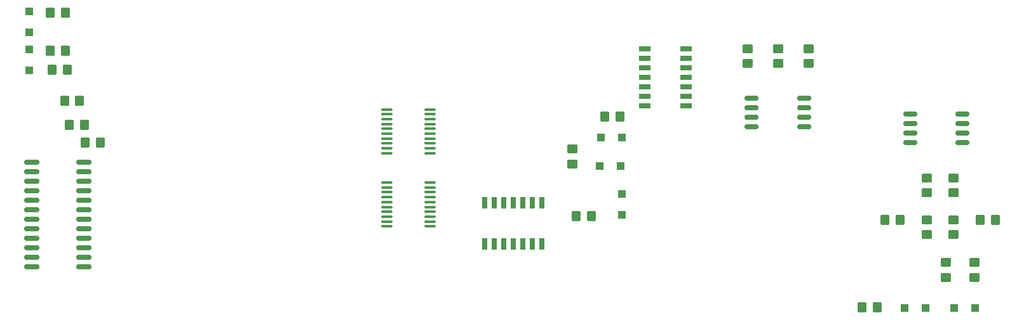
<source format=gbr>
%TF.GenerationSoftware,KiCad,Pcbnew,7.0.10*%
%TF.CreationDate,2024-09-26T22:41:12+03:00*%
%TF.ProjectId,Ver1,56657231-2e6b-4696-9361-645f70636258,rev?*%
%TF.SameCoordinates,Original*%
%TF.FileFunction,Paste,Top*%
%TF.FilePolarity,Positive*%
%FSLAX46Y46*%
G04 Gerber Fmt 4.6, Leading zero omitted, Abs format (unit mm)*
G04 Created by KiCad (PCBNEW 7.0.10) date 2024-09-26 22:41:12*
%MOMM*%
%LPD*%
G01*
G04 APERTURE LIST*
G04 Aperture macros list*
%AMRoundRect*
0 Rectangle with rounded corners*
0 $1 Rounding radius*
0 $2 $3 $4 $5 $6 $7 $8 $9 X,Y pos of 4 corners*
0 Add a 4 corners polygon primitive as box body*
4,1,4,$2,$3,$4,$5,$6,$7,$8,$9,$2,$3,0*
0 Add four circle primitives for the rounded corners*
1,1,$1+$1,$2,$3*
1,1,$1+$1,$4,$5*
1,1,$1+$1,$6,$7*
1,1,$1+$1,$8,$9*
0 Add four rect primitives between the rounded corners*
20,1,$1+$1,$2,$3,$4,$5,0*
20,1,$1+$1,$4,$5,$6,$7,0*
20,1,$1+$1,$6,$7,$8,$9,0*
20,1,$1+$1,$8,$9,$2,$3,0*%
G04 Aperture macros list end*
%ADD10RoundRect,0.100000X0.637500X0.100000X-0.637500X0.100000X-0.637500X-0.100000X0.637500X-0.100000X0*%
%ADD11RoundRect,0.150000X0.800000X0.150000X-0.800000X0.150000X-0.800000X-0.150000X0.800000X-0.150000X0*%
%ADD12R,1.597660X0.698500*%
%ADD13RoundRect,0.250000X0.350000X0.450000X-0.350000X0.450000X-0.350000X-0.450000X0.350000X-0.450000X0*%
%ADD14RoundRect,0.250000X-0.300000X-0.300000X0.300000X-0.300000X0.300000X0.300000X-0.300000X0.300000X0*%
%ADD15RoundRect,0.150000X-0.837500X-0.150000X0.837500X-0.150000X0.837500X0.150000X-0.837500X0.150000X0*%
%ADD16RoundRect,0.250000X-0.350000X-0.450000X0.350000X-0.450000X0.350000X0.450000X-0.350000X0.450000X0*%
%ADD17R,0.698500X1.597660*%
%ADD18RoundRect,0.250000X-0.450000X0.350000X-0.450000X-0.350000X0.450000X-0.350000X0.450000X0.350000X0*%
%ADD19RoundRect,0.250000X0.300000X0.300000X-0.300000X0.300000X-0.300000X-0.300000X0.300000X-0.300000X0*%
%ADD20RoundRect,0.250000X0.300000X-0.300000X0.300000X0.300000X-0.300000X0.300000X-0.300000X-0.300000X0*%
%ADD21RoundRect,0.250000X0.450000X-0.350000X0.450000X0.350000X-0.450000X0.350000X-0.450000X-0.350000X0*%
%ADD22RoundRect,0.150000X-0.800000X-0.150000X0.800000X-0.150000X0.800000X0.150000X-0.800000X0.150000X0*%
%ADD23RoundRect,0.250000X-0.300000X0.300000X-0.300000X-0.300000X0.300000X-0.300000X0.300000X0.300000X0*%
G04 APERTURE END LIST*
D10*
%TO.C,U8*%
X116092900Y-61277000D03*
X116092900Y-60627000D03*
X116092900Y-59977000D03*
X116092900Y-59327000D03*
X116092900Y-58677000D03*
X116092900Y-58027000D03*
X116092900Y-57377000D03*
X116092900Y-56727000D03*
X116092900Y-56077000D03*
X116092900Y-55427000D03*
X110367900Y-55427000D03*
X110367900Y-56077000D03*
X110367900Y-56727000D03*
X110367900Y-57377000D03*
X110367900Y-58027000D03*
X110367900Y-58677000D03*
X110367900Y-59327000D03*
X110367900Y-59977000D03*
X110367900Y-60627000D03*
X110367900Y-61277000D03*
%TD*%
%TO.C,U7*%
X116092900Y-51498000D03*
X116092900Y-50848000D03*
X116092900Y-50198000D03*
X116092900Y-49548000D03*
X116092900Y-48898000D03*
X116092900Y-48248000D03*
X116092900Y-47598000D03*
X116092900Y-46948000D03*
X116092900Y-46298000D03*
X116092900Y-45648000D03*
X110367900Y-45648000D03*
X110367900Y-46298000D03*
X110367900Y-46948000D03*
X110367900Y-47598000D03*
X110367900Y-48248000D03*
X110367900Y-48898000D03*
X110367900Y-49548000D03*
X110367900Y-50198000D03*
X110367900Y-50848000D03*
X110367900Y-51498000D03*
%TD*%
D11*
%TO.C,U1*%
X187106400Y-50097000D03*
X187106400Y-48827000D03*
X187106400Y-47557000D03*
X187106400Y-46287000D03*
X180106400Y-46287000D03*
X180106400Y-47557000D03*
X180106400Y-48827000D03*
X180106400Y-50097000D03*
%TD*%
D12*
%TO.C,U5*%
X144726400Y-37524000D03*
X144726400Y-38794000D03*
X144726400Y-40064000D03*
X144726400Y-41331460D03*
X144726400Y-42598920D03*
X144726400Y-43868920D03*
X144726400Y-45138920D03*
X150222960Y-45138920D03*
X150222960Y-43868920D03*
X150222960Y-42598920D03*
X150222960Y-41331460D03*
X150222960Y-40064000D03*
X150222960Y-38794000D03*
X150222960Y-37524000D03*
%TD*%
D13*
%TO.C,R34*%
X178746400Y-60384000D03*
X176746400Y-60384000D03*
%TD*%
D14*
%TO.C,D2*%
X138754400Y-53214500D03*
X141554400Y-53214500D03*
%TD*%
D15*
%TO.C,U6*%
X63040650Y-52739250D03*
X63040650Y-54009250D03*
X63040650Y-55279250D03*
X63040650Y-56549250D03*
X63040650Y-57819250D03*
X63040650Y-59089250D03*
X63040650Y-60359250D03*
X63040650Y-61629250D03*
X63040650Y-62899250D03*
X63040650Y-64169250D03*
X63040650Y-65439250D03*
X63040650Y-66709250D03*
X69965650Y-66709250D03*
X69965650Y-65439250D03*
X69965650Y-64169250D03*
X69965650Y-62899250D03*
X69965650Y-61629250D03*
X69965650Y-60359250D03*
X69965650Y-59089250D03*
X69965650Y-57819250D03*
X69965650Y-56549250D03*
X69965650Y-55279250D03*
X69965650Y-54009250D03*
X69965650Y-52739250D03*
%TD*%
D13*
%TO.C,R2*%
X175698400Y-72068000D03*
X173698400Y-72068000D03*
%TD*%
D16*
%TO.C,R10*%
X67408150Y-44484250D03*
X69408150Y-44484250D03*
%TD*%
%TO.C,R4*%
X65494400Y-32698000D03*
X67494400Y-32698000D03*
%TD*%
D17*
%TO.C,U4*%
X131005320Y-58155090D03*
X129735320Y-58155090D03*
X128465320Y-58155090D03*
X127197860Y-58155090D03*
X125930400Y-58155090D03*
X124660400Y-58155090D03*
X123390400Y-58155090D03*
X123390400Y-63651650D03*
X124660400Y-63651650D03*
X125930400Y-63651650D03*
X127197860Y-63651650D03*
X128465320Y-63651650D03*
X129735320Y-63651650D03*
X131005320Y-63651650D03*
%TD*%
D18*
%TO.C,R1*%
X184858400Y-66083000D03*
X184858400Y-68083000D03*
%TD*%
D13*
%TO.C,R3*%
X67494400Y-37778000D03*
X65494400Y-37778000D03*
%TD*%
D18*
%TO.C,R32*%
X185874400Y-54812000D03*
X185874400Y-56812000D03*
%TD*%
D19*
%TO.C,D6*%
X141684400Y-49404500D03*
X138884400Y-49404500D03*
%TD*%
D14*
%TO.C,D5*%
X179388400Y-72163000D03*
X182188400Y-72163000D03*
%TD*%
D20*
%TO.C,D1*%
X62684400Y-35368000D03*
X62684400Y-32568000D03*
%TD*%
D18*
%TO.C,R36*%
X182336400Y-54812000D03*
X182336400Y-56812000D03*
%TD*%
D21*
%TO.C,R35*%
X182318400Y-62400000D03*
X182318400Y-60400000D03*
%TD*%
D13*
%TO.C,R11*%
X72184650Y-50039000D03*
X70184650Y-50039000D03*
%TD*%
D20*
%TO.C,D3*%
X62684400Y-40448000D03*
X62684400Y-37648000D03*
%TD*%
D21*
%TO.C,R31*%
X185874400Y-62400000D03*
X185874400Y-60400000D03*
%TD*%
D16*
%TO.C,R30*%
X189446400Y-60384000D03*
X191446400Y-60384000D03*
%TD*%
D21*
%TO.C,R38*%
X166570400Y-39524000D03*
X166570400Y-37524000D03*
%TD*%
D22*
%TO.C,U3*%
X158950400Y-44128000D03*
X158950400Y-45398000D03*
X158950400Y-46668000D03*
X158950400Y-47938000D03*
X165950400Y-47938000D03*
X165950400Y-46668000D03*
X165950400Y-45398000D03*
X165950400Y-44128000D03*
%TD*%
D16*
%TO.C,R42*%
X135598400Y-59876000D03*
X137598400Y-59876000D03*
%TD*%
%TO.C,R12*%
X68034400Y-47684000D03*
X70034400Y-47684000D03*
%TD*%
D21*
%TO.C,R6*%
X188668400Y-68083000D03*
X188668400Y-66083000D03*
%TD*%
D13*
%TO.C,R43*%
X141408400Y-46604500D03*
X139408400Y-46604500D03*
%TD*%
D18*
%TO.C,R40*%
X162506400Y-37524000D03*
X162506400Y-39524000D03*
%TD*%
%TO.C,R39*%
X158442400Y-37524000D03*
X158442400Y-39524000D03*
%TD*%
D21*
%TO.C,R44*%
X135074400Y-52944500D03*
X135074400Y-50944500D03*
%TD*%
D16*
%TO.C,R5*%
X65764400Y-40318000D03*
X67764400Y-40318000D03*
%TD*%
D23*
%TO.C,D4*%
X141678400Y-56952000D03*
X141678400Y-59752000D03*
%TD*%
D14*
%TO.C,D7*%
X185998400Y-72163000D03*
X188798400Y-72163000D03*
%TD*%
M02*

</source>
